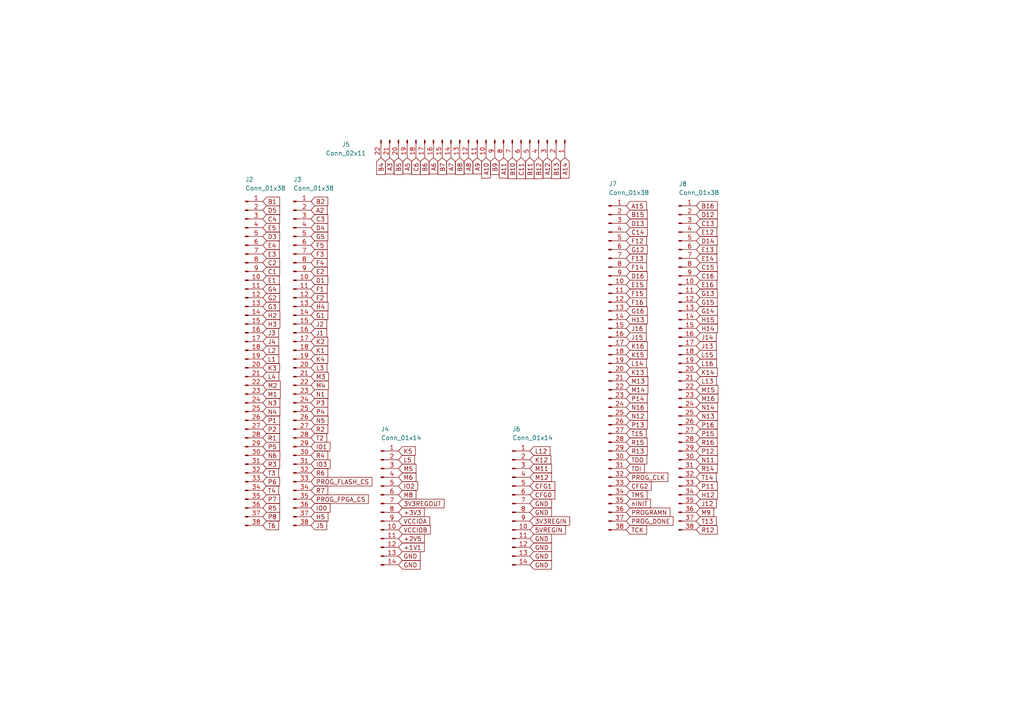
<source format=kicad_sch>
(kicad_sch (version 20230121) (generator eeschema)
  (paper "A4")
  (lib_symbols
    (symbol "Connector:Conn_01x14_Pin" (pin_names (offset 1.016) hide)
      (property "Reference" "J" (at 0 17.78 0))
      (property "Value" "Conn_01x14_Pin" (at 0 -20.32 0))
      (symbol "Conn_01x14_Pin_1_1"
        (polyline (pts (xy 1.27 -17.78) (xy 0.8636 -17.78)) (stroke (width 0.1524)))
        (polyline (pts (xy 1.27 -15.24) (xy 0.8636 -15.24)) (stroke (width 0.1524)))
        (polyline (pts (xy 1.27 -12.7) (xy 0.8636 -12.7)) (stroke (width 0.1524)))
        (polyline (pts (xy 1.27 -10.16) (xy 0.8636 -10.16)) (stroke (width 0.1524)))
        (polyline (pts (xy 1.27 -7.62) (xy 0.8636 -7.62)) (stroke (width 0.1524)))
        (polyline (pts (xy 1.27 -5.08) (xy 0.8636 -5.08)) (stroke (width 0.1524)))
        (polyline (pts (xy 1.27 -2.54) (xy 0.8636 -2.54)) (stroke (width 0.1524)))
        (polyline (pts (xy 1.27 0) (xy 0.8636 0)) (stroke (width 0.1524)))
        (polyline (pts (xy 1.27 2.54) (xy 0.8636 2.54)) (stroke (width 0.1524)))
        (polyline (pts (xy 1.27 5.08) (xy 0.8636 5.08)) (stroke (width 0.1524)))
        (polyline (pts (xy 1.27 7.62) (xy 0.8636 7.62)) (stroke (width 0.1524)))
        (polyline (pts (xy 1.27 10.16) (xy 0.8636 10.16)) (stroke (width 0.1524)))
        (polyline (pts (xy 1.27 12.7) (xy 0.8636 12.7)) (stroke (width 0.1524)))
        (polyline (pts (xy 1.27 15.24) (xy 0.8636 15.24)) (stroke (width 0.1524)))
        (rectangle (start 0.8636 -17.653) (end 0 -17.907) (stroke (width 0.1524)) (fill (type outline)))
        (rectangle (start 0.8636 -15.113) (end 0 -15.367) (stroke (width 0.1524)) (fill (type outline)))
        (rectangle (start 0.8636 -12.573) (end 0 -12.827) (stroke (width 0.1524)) (fill (type outline)))
        (rectangle (start 0.8636 -10.033) (end 0 -10.287) (stroke (width 0.1524)) (fill (type outline)))
        (rectangle (start 0.8636 -7.493) (end 0 -7.747) (stroke (width 0.1524)) (fill (type outline)))
        (rectangle (start 0.8636 -4.953) (end 0 -5.207) (stroke (width 0.1524)) (fill (type outline)))
        (rectangle (start 0.8636 -2.413) (end 0 -2.667) (stroke (width 0.1524)) (fill (type outline)))
        (rectangle (start 0.8636 0.127) (end 0 -0.127) (stroke (width 0.1524)) (fill (type outline)))
        (rectangle (start 0.8636 2.667) (end 0 2.413) (stroke (width 0.1524)) (fill (type outline)))
        (rectangle (start 0.8636 5.207) (end 0 4.953) (stroke (width 0.1524)) (fill (type outline)))
        (rectangle (start 0.8636 7.747) (end 0 7.493) (stroke (width 0.1524)) (fill (type outline)))
        (rectangle (start 0.8636 10.287) (end 0 10.033) (stroke (width 0.1524)) (fill (type outline)))
        (rectangle (start 0.8636 12.827) (end 0 12.573) (stroke (width 0.1524)) (fill (type outline)))
        (rectangle (start 0.8636 15.367) (end 0 15.113) (stroke (width 0.1524)) (fill (type outline)))
        (pin passive line (at 5.08 15.24 180) (length 3.81) (name "Pin_1") (number "1"))
        (pin passive line (at 5.08 -7.62 180) (length 3.81) (name "Pin_10") (number "10"))
        (pin passive line (at 5.08 -10.16 180) (length 3.81) (name "Pin_11") (number "11"))
        (pin passive line (at 5.08 -12.7 180) (length 3.81) (name "Pin_12") (number "12"))
        (pin passive line (at 5.08 -15.24 180) (length 3.81) (name "Pin_13") (number "13"))
        (pin passive line (at 5.08 -17.78 180) (length 3.81) (name "Pin_14") (number "14"))
        (pin passive line (at 5.08 12.7 180) (length 3.81) (name "Pin_2") (number "2"))
        (pin passive line (at 5.08 10.16 180) (length 3.81) (name "Pin_3") (number "3"))
        (pin passive line (at 5.08 7.62 180) (length 3.81) (name "Pin_4") (number "4"))
        (pin passive line (at 5.08 5.08 180) (length 3.81) (name "Pin_5") (number "5"))
        (pin passive line (at 5.08 2.54 180) (length 3.81) (name "Pin_6") (number "6"))
        (pin passive line (at 5.08 0 180) (length 3.81) (name "Pin_7") (number "7"))
        (pin passive line (at 5.08 -2.54 180) (length 3.81) (name "Pin_8") (number "8"))
        (pin passive line (at 5.08 -5.08 180) (length 3.81) (name "Pin_9") (number "9"))
      )
    )
    (symbol "Connector:Conn_01x22_Pin" (pin_names (offset 1.016) hide)
      (property "Reference" "J" (at 0 27.94 0))
      (property "Value" "Conn_01x22_Pin" (at 0 -30.48 0))
      (symbol "Conn_01x22_Pin_1_1"
        (polyline (pts (xy 1.27 -27.94) (xy 0.8636 -27.94)) (stroke (width 0.1524)))
        (polyline (pts (xy 1.27 -25.4) (xy 0.8636 -25.4)) (stroke (width 0.1524)))
        (polyline (pts (xy 1.27 -22.86) (xy 0.8636 -22.86)) (stroke (width 0.1524)))
        (polyline (pts (xy 1.27 -20.32) (xy 0.8636 -20.32)) (stroke (width 0.1524)))
        (polyline (pts (xy 1.27 -17.78) (xy 0.8636 -17.78)) (stroke (width 0.1524)))
        (polyline (pts (xy 1.27 -15.24) (xy 0.8636 -15.24)) (stroke (width 0.1524)))
        (polyline (pts (xy 1.27 -12.7) (xy 0.8636 -12.7)) (stroke (width 0.1524)))
        (polyline (pts (xy 1.27 -10.16) (xy 0.8636 -10.16)) (stroke (width 0.1524)))
        (polyline (pts (xy 1.27 -7.62) (xy 0.8636 -7.62)) (stroke (width 0.1524)))
        (polyline (pts (xy 1.27 -5.08) (xy 0.8636 -5.08)) (stroke (width 0.1524)))
        (polyline (pts (xy 1.27 -2.54) (xy 0.8636 -2.54)) (stroke (width 0.1524)))
        (polyline (pts (xy 1.27 0) (xy 0.8636 0)) (stroke (width 0.1524)))
        (polyline (pts (xy 1.27 2.54) (xy 0.8636 2.54)) (stroke (width 0.1524)))
        (polyline (pts (xy 1.27 5.08) (xy 0.8636 5.08)) (stroke (width 0.1524)))
        (polyline (pts (xy 1.27 7.62) (xy 0.8636 7.62)) (stroke (width 0.1524)))
        (polyline (pts (xy 1.27 10.16) (xy 0.8636 10.16)) (stroke (width 0.1524)))
        (polyline (pts (xy 1.27 12.7) (xy 0.8636 12.7)) (stroke (width 0.1524)))
        (polyline (pts (xy 1.27 15.24) (xy 0.8636 15.24)) (stroke (width 0.1524)))
        (polyline (pts (xy 1.27 17.78) (xy 0.8636 17.78)) (stroke (width 0.1524)))
        (polyline (pts (xy 1.27 20.32) (xy 0.8636 20.32)) (stroke (width 0.1524)))
        (polyline (pts (xy 1.27 22.86) (xy 0.8636 22.86)) (stroke (width 0.1524)))
        (polyline (pts (xy 1.27 25.4) (xy 0.8636 25.4)) (stroke (width 0.1524)))
        (rectangle (start 0.8636 -27.813) (end 0 -28.067) (stroke (width 0.1524)) (fill (type outline)))
        (rectangle (start 0.8636 -25.273) (end 0 -25.527) (stroke (width 0.1524)) (fill (type outline)))
        (rectangle (start 0.8636 -22.733) (end 0 -22.987) (stroke (width 0.1524)) (fill (type outline)))
        (rectangle (start 0.8636 -20.193) (end 0 -20.447) (stroke (width 0.1524)) (fill (type outline)))
        (rectangle (start 0.8636 -17.653) (end 0 -17.907) (stroke (width 0.1524)) (fill (type outline)))
        (rectangle (start 0.8636 -15.113) (end 0 -15.367) (stroke (width 0.1524)) (fill (type outline)))
        (rectangle (start 0.8636 -12.573) (end 0 -12.827) (stroke (width 0.1524)) (fill (type outline)))
        (rectangle (start 0.8636 -10.033) (end 0 -10.287) (stroke (width 0.1524)) (fill (type outline)))
        (rectangle (start 0.8636 -7.493) (end 0 -7.747) (stroke (width 0.1524)) (fill (type outline)))
        (rectangle (start 0.8636 -4.953) (end 0 -5.207) (stroke (width 0.1524)) (fill (type outline)))
        (rectangle (start 0.8636 -2.413) (end 0 -2.667) (stroke (width 0.1524)) (fill (type outline)))
        (rectangle (start 0.8636 0.127) (end 0 -0.127) (stroke (width 0.1524)) (fill (type outline)))
        (rectangle (start 0.8636 2.667) (end 0 2.413) (stroke (width 0.1524)) (fill (type outline)))
        (rectangle (start 0.8636 5.207) (end 0 4.953) (stroke (width 0.1524)) (fill (type outline)))
        (rectangle (start 0.8636 7.747) (end 0 7.493) (stroke (width 0.1524)) (fill (type outline)))
        (rectangle (start 0.8636 10.287) (end 0 10.033) (stroke (width 0.1524)) (fill (type outline)))
        (rectangle (start 0.8636 12.827) (end 0 12.573) (stroke (width 0.1524)) (fill (type outline)))
        (rectangle (start 0.8636 15.367) (end 0 15.113) (stroke (width 0.1524)) (fill (type outline)))
        (rectangle (start 0.8636 17.907) (end 0 17.653) (stroke (width 0.1524)) (fill (type outline)))
        (rectangle (start 0.8636 20.447) (end 0 20.193) (stroke (width 0.1524)) (fill (type outline)))
        (rectangle (start 0.8636 22.987) (end 0 22.733) (stroke (width 0.1524)) (fill (type outline)))
        (rectangle (start 0.8636 25.527) (end 0 25.273) (stroke (width 0.1524)) (fill (type outline)))
        (pin passive line (at 5.08 25.4 180) (length 3.81) (name "Pin_1") (number "1"))
        (pin passive line (at 5.08 2.54 180) (length 3.81) (name "Pin_10") (number "10"))
        (pin passive line (at 5.08 0 180) (length 3.81) (name "Pin_11") (number "11"))
        (pin passive line (at 5.08 -2.54 180) (length 3.81) (name "Pin_12") (number "12"))
        (pin passive line (at 5.08 -5.08 180) (length 3.81) (name "Pin_13") (number "13"))
        (pin passive line (at 5.08 -7.62 180) (length 3.81) (name "Pin_14") (number "14"))
        (pin passive line (at 5.08 -10.16 180) (length 3.81) (name "Pin_15") (number "15"))
        (pin passive line (at 5.08 -12.7 180) (length 3.81) (name "Pin_16") (number "16"))
        (pin passive line (at 5.08 -15.24 180) (length 3.81) (name "Pin_17") (number "17"))
        (pin passive line (at 5.08 -17.78 180) (length 3.81) (name "Pin_18") (number "18"))
        (pin passive line (at 5.08 -20.32 180) (length 3.81) (name "Pin_19") (number "19"))
        (pin passive line (at 5.08 22.86 180) (length 3.81) (name "Pin_2") (number "2"))
        (pin passive line (at 5.08 -22.86 180) (length 3.81) (name "Pin_20") (number "20"))
        (pin passive line (at 5.08 -25.4 180) (length 3.81) (name "Pin_21") (number "21"))
        (pin passive line (at 5.08 -27.94 180) (length 3.81) (name "Pin_22") (number "22"))
        (pin passive line (at 5.08 20.32 180) (length 3.81) (name "Pin_3") (number "3"))
        (pin passive line (at 5.08 17.78 180) (length 3.81) (name "Pin_4") (number "4"))
        (pin passive line (at 5.08 15.24 180) (length 3.81) (name "Pin_5") (number "5"))
        (pin passive line (at 5.08 12.7 180) (length 3.81) (name "Pin_6") (number "6"))
        (pin passive line (at 5.08 10.16 180) (length 3.81) (name "Pin_7") (number "7"))
        (pin passive line (at 5.08 7.62 180) (length 3.81) (name "Pin_8") (number "8"))
        (pin passive line (at 5.08 5.08 180) (length 3.81) (name "Pin_9") (number "9"))
      )
    )
    (symbol "Connector:Conn_01x38_Pin" (pin_names (offset 1.016) hide)
      (property "Reference" "J" (at 0 48.26 0))
      (property "Value" "Conn_01x38_Pin" (at 0 -50.8 0))
      (symbol "Conn_01x38_Pin_1_1"
        (polyline (pts (xy 1.27 -48.26) (xy 0.8636 -48.26)) (stroke (width 0.1524)))
        (polyline (pts (xy 1.27 -45.72) (xy 0.8636 -45.72)) (stroke (width 0.1524)))
        (polyline (pts (xy 1.27 -43.18) (xy 0.8636 -43.18)) (stroke (width 0.1524)))
        (polyline (pts (xy 1.27 -40.64) (xy 0.8636 -40.64)) (stroke (width 0.1524)))
        (polyline (pts (xy 1.27 -38.1) (xy 0.8636 -38.1)) (stroke (width 0.1524)))
        (polyline (pts (xy 1.27 -35.56) (xy 0.8636 -35.56)) (stroke (width 0.1524)))
        (polyline (pts (xy 1.27 -33.02) (xy 0.8636 -33.02)) (stroke (width 0.1524)))
        (polyline (pts (xy 1.27 -30.48) (xy 0.8636 -30.48)) (stroke (width 0.1524)))
        (polyline (pts (xy 1.27 -27.94) (xy 0.8636 -27.94)) (stroke (width 0.1524)))
        (polyline (pts (xy 1.27 -25.4) (xy 0.8636 -25.4)) (stroke (width 0.1524)))
        (polyline (pts (xy 1.27 -22.86) (xy 0.8636 -22.86)) (stroke (width 0.1524)))
        (polyline (pts (xy 1.27 -20.32) (xy 0.8636 -20.32)) (stroke (width 0.1524)))
        (polyline (pts (xy 1.27 -17.78) (xy 0.8636 -17.78)) (stroke (width 0.1524)))
        (polyline (pts (xy 1.27 -15.24) (xy 0.8636 -15.24)) (stroke (width 0.1524)))
        (polyline (pts (xy 1.27 -12.7) (xy 0.8636 -12.7)) (stroke (width 0.1524)))
        (polyline (pts (xy 1.27 -10.16) (xy 0.8636 -10.16)) (stroke (width 0.1524)))
        (polyline (pts (xy 1.27 -7.62) (xy 0.8636 -7.62)) (stroke (width 0.1524)))
        (polyline (pts (xy 1.27 -5.08) (xy 0.8636 -5.08)) (stroke (width 0.1524)))
        (polyline (pts (xy 1.27 -2.54) (xy 0.8636 -2.54)) (stroke (width 0.1524)))
        (polyline (pts (xy 1.27 0) (xy 0.8636 0)) (stroke (width 0.1524)))
        (polyline (pts (xy 1.27 2.54) (xy 0.8636 2.54)) (stroke (width 0.1524)))
        (polyline (pts (xy 1.27 5.08) (xy 0.8636 5.08)) (stroke (width 0.1524)))
        (polyline (pts (xy 1.27 7.62) (xy 0.8636 7.62)) (stroke (width 0.1524)))
        (polyline (pts (xy 1.27 10.16) (xy 0.8636 10.16)) (stroke (width 0.1524)))
        (polyline (pts (xy 1.27 12.7) (xy 0.8636 12.7)) (stroke (width 0.1524)))
        (polyline (pts (xy 1.27 15.24) (xy 0.8636 15.24)) (stroke (width 0.1524)))
        (polyline (pts (xy 1.27 17.78) (xy 0.8636 17.78)) (stroke (width 0.1524)))
        (polyline (pts (xy 1.27 20.32) (xy 0.8636 20.32)) (stroke (width 0.1524)))
        (polyline (pts (xy 1.27 22.86) (xy 0.8636 22.86)) (stroke (width 0.1524)))
        (polyline (pts (xy 1.27 25.4) (xy 0.8636 25.4)) (stroke (width 0.1524)))
        (polyline (pts (xy 1.27 27.94) (xy 0.8636 27.94)) (stroke (width 0.1524)))
        (polyline (pts (xy 1.27 30.48) (xy 0.8636 30.48)) (stroke (width 0.1524)))
        (polyline (pts (xy 1.27 33.02) (xy 0.8636 33.02)) (stroke (width 0.1524)))
        (polyline (pts (xy 1.27 35.56) (xy 0.8636 35.56)) (stroke (width 0.1524)))
        (polyline (pts (xy 1.27 38.1) (xy 0.8636 38.1)) (stroke (width 0.1524)))
        (polyline (pts (xy 1.27 40.64) (xy 0.8636 40.64)) (stroke (width 0.1524)))
        (polyline (pts (xy 1.27 43.18) (xy 0.8636 43.18)) (stroke (width 0.1524)))
        (polyline (pts (xy 1.27 45.72) (xy 0.8636 45.72)) (stroke (width 0.1524)))
        (rectangle (start 0.8636 -48.133) (end 0 -48.387) (stroke (width 0.1524)) (fill (type outline)))
        (rectangle (start 0.8636 -45.593) (end 0 -45.847) (stroke (width 0.1524)) (fill (type outline)))
        (rectangle (start 0.8636 -43.053) (end 0 -43.307) (stroke (width 0.1524)) (fill (type outline)))
        (rectangle (start 0.8636 -40.513) (end 0 -40.767) (stroke (width 0.1524)) (fill (type outline)))
        (rectangle (start 0.8636 -37.973) (end 0 -38.227) (stroke (width 0.1524)) (fill (type outline)))
        (rectangle (start 0.8636 -35.433) (end 0 -35.687) (stroke (width 0.1524)) (fill (type outline)))
        (rectangle (start 0.8636 -32.893) (end 0 -33.147) (stroke (width 0.1524)) (fill (type outline)))
        (rectangle (start 0.8636 -30.353) (end 0 -30.607) (stroke (width 0.1524)) (fill (type outline)))
        (rectangle (start 0.8636 -27.813) (end 0 -28.067) (stroke (width 0.1524)) (fill (type outline)))
        (rectangle (start 0.8636 -25.273) (end 0 -25.527) (stroke (width 0.1524)) (fill (type outline)))
        (rectangle (start 0.8636 -22.733) (end 0 -22.987) (stroke (width 0.1524)) (fill (type outline)))
        (rectangle (start 0.8636 -20.193) (end 0 -20.447) (stroke (width 0.1524)) (fill (type outline)))
        (rectangle (start 0.8636 -17.653) (end 0 -17.907) (stroke (width 0.1524)) (fill (type outline)))
        (rectangle (start 0.8636 -15.113) (end 0 -15.367) (stroke (width 0.1524)) (fill (type outline)))
        (rectangle (start 0.8636 -12.573) (end 0 -12.827) (stroke (width 0.1524)) (fill (type outline)))
        (rectangle (start 0.8636 -10.033) (end 0 -10.287) (stroke (width 0.1524)) (fill (type outline)))
        (rectangle (start 0.8636 -7.493) (end 0 -7.747) (stroke (width 0.1524)) (fill (type outline)))
        (rectangle (start 0.8636 -4.953) (end 0 -5.207) (stroke (width 0.1524)) (fill (type outline)))
        (rectangle (start 0.8636 -2.413) (end 0 -2.667) (stroke (width 0.1524)) (fill (type outline)))
        (rectangle (start 0.8636 0.127) (end 0 -0.127) (stroke (width 0.1524)) (fill (type outline)))
        (rectangle (start 0.8636 2.667) (end 0 2.413) (stroke (width 0.1524)) (fill (type outline)))
        (rectangle (start 0.8636 5.207) (end 0 4.953) (stroke (width 0.1524)) (fill (type outline)))
        (rectangle (start 0.8636 7.747) (end 0 7.493) (stroke (width 0.1524)) (fill (type outline)))
        (rectangle (start 0.8636 10.287) (end 0 10.033) (stroke (width 0.1524)) (fill (type outline)))
        (rectangle (start 0.8636 12.827) (end 0 12.573) (stroke (width 0.1524)) (fill (type outline)))
        (rectangle (start 0.8636 15.367) (end 0 15.113) (stroke (width 0.1524)) (fill (type outline)))
        (rectangle (start 0.8636 17.907) (end 0 17.653) (stroke (width 0.1524)) (fill (type outline)))
        (rectangle (start 0.8636 20.447) (end 0 20.193) (stroke (width 0.1524)) (fill (type outline)))
        (rectangle (start 0.8636 22.987) (end 0 22.733) (stroke (width 0.1524)) (fill (type outline)))
        (rectangle (start 0.8636 25.527) (end 0 25.273) (stroke (width 0.1524)) (fill (type outline)))
        (rectangle (start 0.8636 28.067) (end 0 27.813) (stroke (width 0.1524)) (fill (type outline)))
        (rectangle (start 0.8636 30.607) (end 0 30.353) (stroke (width 0.1524)) (fill (type outline)))
        (rectangle (start 0.8636 33.147) (end 0 32.893) (stroke (width 0.1524)) (fill (type outline)))
        (rectangle (start 0.8636 35.687) (end 0 35.433) (stroke (width 0.1524)) (fill (type outline)))
        (rectangle (start 0.8636 38.227) (end 0 37.973) (stroke (width 0.1524)) (fill (type outline)))
        (rectangle (start 0.8636 40.767) (end 0 40.513) (stroke (width 0.1524)) (fill (type outline)))
        (rectangle (start 0.8636 43.307) (end 0 43.053) (stroke (width 0.1524)) (fill (type outline)))
        (rectangle (start 0.8636 45.847) (end 0 45.593) (stroke (width 0.1524)) (fill (type outline)))
        (pin passive line (at 5.08 45.72 180) (length 3.81) (name "Pin_1") (number "1"))
        (pin passive line (at 5.08 22.86 180) (length 3.81) (name "Pin_10") (number "10"))
        (pin passive line (at 5.08 20.32 180) (length 3.81) (name "Pin_11") (number "11"))
        (pin passive line (at 5.08 17.78 180) (length 3.81) (name "Pin_12") (number "12"))
        (pin passive line (at 5.08 15.24 180) (length 3.81) (name "Pin_13") (number "13"))
        (pin passive line (at 5.08 12.7 180) (length 3.81) (name "Pin_14") (number "14"))
        (pin passive line (at 5.08 10.16 180) (length 3.81) (name "Pin_15") (number "15"))
        (pin passive line (at 5.08 7.62 180) (length 3.81) (name "Pin_16") (number "16"))
        (pin passive line (at 5.08 5.08 180) (length 3.81) (name "Pin_17") (number "17"))
        (pin passive line (at 5.08 2.54 180) (length 3.81) (name "Pin_18") (number "18"))
        (pin passive line (at 5.08 0 180) (length 3.81) (name "Pin_19") (number "19"))
        (pin passive line (at 5.08 43.18 180) (length 3.81) (name "Pin_2") (number "2"))
        (pin passive line (at 5.08 -2.54 180) (length 3.81) (name "Pin_20") (number "20"))
        (pin passive line (at 5.08 -5.08 180) (length 3.81) (name "Pin_21") (number "21"))
        (pin passive line (at 5.08 -7.62 180) (length 3.81) (name "Pin_22") (number "22"))
        (pin passive line (at 5.08 -10.16 180) (length 3.81) (name "Pin_23") (number "23"))
        (pin passive line (at 5.08 -12.7 180) (length 3.81) (name "Pin_24") (number "24"))
        (pin passive line (at 5.08 -15.24 180) (length 3.81) (name "Pin_25") (number "25"))
        (pin passive line (at 5.08 -17.78 180) (length 3.81) (name "Pin_26") (number "26"))
        (pin passive line (at 5.08 -20.32 180) (length 3.81) (name "Pin_27") (number "27"))
        (pin passive line (at 5.08 -22.86 180) (length 3.81) (name "Pin_28") (number "28"))
        (pin passive line (at 5.08 -25.4 180) (length 3.81) (name "Pin_29") (number "29"))
        (pin passive line (at 5.08 40.64 180) (length 3.81) (name "Pin_3") (number "3"))
        (pin passive line (at 5.08 -27.94 180) (length 3.81) (name "Pin_30") (number "30"))
        (pin passive line (at 5.08 -30.48 180) (length 3.81) (name "Pin_31") (number "31"))
        (pin passive line (at 5.08 -33.02 180) (length 3.81) (name "Pin_32") (number "32"))
        (pin passive line (at 5.08 -35.56 180) (length 3.81) (name "Pin_33") (number "33"))
        (pin passive line (at 5.08 -38.1 180) (length 3.81) (name "Pin_34") (number "34"))
        (pin passive line (at 5.08 -40.64 180) (length 3.81) (name "Pin_35") (number "35"))
        (pin passive line (at 5.08 -43.18 180) (length 3.81) (name "Pin_36") (number "36"))
        (pin passive line (at 5.08 -45.72 180) (length 3.81) (name "Pin_37") (number "37"))
        (pin passive line (at 5.08 -48.26 180) (length 3.81) (name "Pin_38") (number "38"))
        (pin passive line (at 5.08 38.1 180) (length 3.81) (name "Pin_4") (number "4"))
        (pin passive line (at 5.08 35.56 180) (length 3.81) (name "Pin_5") (number "5"))
        (pin passive line (at 5.08 33.02 180) (length 3.81) (name "Pin_6") (number "6"))
        (pin passive line (at 5.08 30.48 180) (length 3.81) (name "Pin_7") (number "7"))
        (pin passive line (at 5.08 27.94 180) (length 3.81) (name "Pin_8") (number "8"))
        (pin passive line (at 5.08 25.4 180) (length 3.81) (name "Pin_9") (number "9"))
      )
    )
  )
  (global_label "A8" (shape input) (at 135.89 45.72 270) (property "Intersheetrefs" "${INTERSHEET_REFS}" (effects hide)))
  (global_label "B6" (shape input) (at 123.19 45.72 270) (property "Intersheetrefs" "${INTERSHEET_REFS}" (effects hide)))
  (global_label "TMS" (shape input) (at 181.61 143.51 0) (property "Intersheetrefs" "${INTERSHEET_REFS}" (effects hide)))
  (global_label "H13" (shape input) (at 181.61 92.71 0) (property "Intersheetrefs" "${INTERSHEET_REFS}" (effects hide)))
  (global_label "J14" (shape input) (at 201.93 97.79 0) (property "Intersheetrefs" "${INTERSHEET_REFS}" (effects hide)))
  (global_label "D4" (shape input) (at 90.17 66.04 0) (property "Intersheetrefs" "${INTERSHEET_REFS}" (effects hide)))
  (global_label "5VREGIN" (shape input) (at 153.67 153.67 0) (property "Intersheetrefs" "${INTERSHEET_REFS}" (effects hide)))
  (global_label "A12" (shape input) (at 158.75 45.72 270) (property "Intersheetrefs" "${INTERSHEET_REFS}" (effects hide)))
  (global_label "GND" (shape input) (at 153.67 158.75 0) (property "Intersheetrefs" "${INTERSHEET_REFS}" (effects hide)))
  (global_label "T13" (shape input) (at 201.93 151.13 0) (property "Intersheetrefs" "${INTERSHEET_REFS}" (effects hide)))
  (global_label "R2" (shape input) (at 90.17 124.46 0) (property "Intersheetrefs" "${INTERSHEET_REFS}" (effects hide)))
  (global_label "CFG1" (shape input) (at 153.67 140.97 0) (property "Intersheetrefs" "${INTERSHEET_REFS}" (effects hide)))
  (global_label "J4" (shape input) (at 76.2 99.06 0) (property "Intersheetrefs" "${INTERSHEET_REFS}" (effects hide)))
  (global_label "M14" (shape input) (at 181.61 113.03 0) (property "Intersheetrefs" "${INTERSHEET_REFS}" (effects hide)))
  (global_label "M2" (shape input) (at 76.2 111.76 0) (property "Intersheetrefs" "${INTERSHEET_REFS}" (effects hide)))
  (global_label "C1" (shape input) (at 76.2 78.74 0) (property "Intersheetrefs" "${INTERSHEET_REFS}" (effects hide)))
  (global_label "B16" (shape input) (at 201.93 59.69 0) (property "Intersheetrefs" "${INTERSHEET_REFS}" (effects hide)))
  (global_label "A15" (shape input) (at 181.61 59.69 0) (property "Intersheetrefs" "${INTERSHEET_REFS}" (effects hide)))
  (global_label "F16" (shape input) (at 181.61 87.63 0) (property "Intersheetrefs" "${INTERSHEET_REFS}" (effects hide)))
  (global_label "E15" (shape input) (at 181.61 82.55 0) (property "Intersheetrefs" "${INTERSHEET_REFS}" (effects hide)))
  (global_label "B1" (shape input) (at 76.2 58.42 0) (property "Intersheetrefs" "${INTERSHEET_REFS}" (effects hide)))
  (global_label "+3V3" (shape input) (at 115.57 148.59 0) (property "Intersheetrefs" "${INTERSHEET_REFS}" (effects hide)))
  (global_label "N16" (shape input) (at 181.61 118.11 0) (property "Intersheetrefs" "${INTERSHEET_REFS}" (effects hide)))
  (global_label "M4" (shape input) (at 90.17 111.76 0) (property "Intersheetrefs" "${INTERSHEET_REFS}" (effects hide)))
  (global_label "A9" (shape input) (at 138.43 45.72 270) (property "Intersheetrefs" "${INTERSHEET_REFS}" (effects hide)))
  (global_label "N11" (shape input) (at 201.93 133.35 0) (property "Intersheetrefs" "${INTERSHEET_REFS}" (effects hide)))
  (global_label "P2" (shape input) (at 76.2 124.46 0) (property "Intersheetrefs" "${INTERSHEET_REFS}" (effects hide)))
  (global_label "M3" (shape input) (at 90.17 109.22 0) (property "Intersheetrefs" "${INTERSHEET_REFS}" (effects hide)))
  (global_label "D1" (shape input) (at 90.17 81.28 0) (property "Intersheetrefs" "${INTERSHEET_REFS}" (effects hide)))
  (global_label "P13" (shape input) (at 181.61 123.19 0) (property "Intersheetrefs" "${INTERSHEET_REFS}" (effects hide)))
  (global_label "M5" (shape input) (at 115.57 135.89 0) (property "Intersheetrefs" "${INTERSHEET_REFS}" (effects hide)))
  (global_label "P11" (shape input) (at 201.93 140.97 0) (property "Intersheetrefs" "${INTERSHEET_REFS}" (effects hide)))
  (global_label "N4" (shape input) (at 76.2 119.38 0) (property "Intersheetrefs" "${INTERSHEET_REFS}" (effects hide)))
  (global_label "H2" (shape input) (at 76.2 91.44 0) (property "Intersheetrefs" "${INTERSHEET_REFS}" (effects hide)))
  (global_label "K3" (shape input) (at 76.2 106.68 0) (property "Intersheetrefs" "${INTERSHEET_REFS}" (effects hide)))
  (global_label "J2" (shape input) (at 90.17 93.98 0) (property "Intersheetrefs" "${INTERSHEET_REFS}" (effects hide)))
  (global_label "PROG_CLK" (shape input) (at 181.61 138.43 0) (property "Intersheetrefs" "${INTERSHEET_REFS}" (effects hide)))
  (global_label "M8" (shape input) (at 115.57 143.51 0) (property "Intersheetrefs" "${INTERSHEET_REFS}" (effects hide)))
  (global_label "T2" (shape input) (at 90.17 127 0) (property "Intersheetrefs" "${INTERSHEET_REFS}" (effects hide)))
  (global_label "M6" (shape input) (at 115.57 138.43 0) (property "Intersheetrefs" "${INTERSHEET_REFS}" (effects hide)))
  (global_label "P4" (shape input) (at 90.17 119.38 0) (property "Intersheetrefs" "${INTERSHEET_REFS}" (effects hide)))
  (global_label "P15" (shape input) (at 201.93 125.73 0) (property "Intersheetrefs" "${INTERSHEET_REFS}" (effects hide)))
  (global_label "G15" (shape input) (at 201.93 87.63 0) (property "Intersheetrefs" "${INTERSHEET_REFS}" (effects hide)))
  (global_label "P12" (shape input) (at 201.93 130.81 0) (property "Intersheetrefs" "${INTERSHEET_REFS}" (effects hide)))
  (global_label "G3" (shape input) (at 76.2 88.9 0) (property "Intersheetrefs" "${INTERSHEET_REFS}" (effects hide)))
  (global_label "TDI" (shape input) (at 181.61 135.89 0) (property "Intersheetrefs" "${INTERSHEET_REFS}" (effects hide)))
  (global_label "B4" (shape input) (at 110.49 45.72 270) (property "Intersheetrefs" "${INTERSHEET_REFS}" (effects hide)))
  (global_label "C6" (shape input) (at 120.65 45.72 270) (property "Intersheetrefs" "${INTERSHEET_REFS}" (effects hide)))
  (global_label "CFG2" (shape input) (at 181.61 140.97 0) (property "Intersheetrefs" "${INTERSHEET_REFS}" (effects hide)))
  (global_label "E3" (shape input) (at 76.2 73.66 0) (property "Intersheetrefs" "${INTERSHEET_REFS}" (effects hide)))
  (global_label "D13" (shape input) (at 181.61 64.77 0) (property "Intersheetrefs" "${INTERSHEET_REFS}" (effects hide)))
  (global_label "P16" (shape input) (at 201.93 123.19 0) (property "Intersheetrefs" "${INTERSHEET_REFS}" (effects hide)))
  (global_label "E1" (shape input) (at 76.2 81.28 0) (property "Intersheetrefs" "${INTERSHEET_REFS}" (effects hide)))
  (global_label "G4" (shape input) (at 76.2 83.82 0) (property "Intersheetrefs" "${INTERSHEET_REFS}" (effects hide)))
  (global_label "G1" (shape input) (at 90.17 91.44 0) (property "Intersheetrefs" "${INTERSHEET_REFS}" (effects hide)))
  (global_label "B7" (shape input) (at 128.27 45.72 270) (property "Intersheetrefs" "${INTERSHEET_REFS}" (effects hide)))
  (global_label "IO2" (shape input) (at 115.57 140.97 0) (property "Intersheetrefs" "${INTERSHEET_REFS}" (effects hide)))
  (global_label "N1" (shape input) (at 90.17 114.3 0) (property "Intersheetrefs" "${INTERSHEET_REFS}" (effects hide)))
  (global_label "PROG_DONE" (shape input) (at 181.61 151.13 0) (property "Intersheetrefs" "${INTERSHEET_REFS}" (effects hide)))
  (global_label "R15" (shape input) (at 181.61 128.27 0) (property "Intersheetrefs" "${INTERSHEET_REFS}" (effects hide)))
  (global_label "N3" (shape input) (at 76.2 116.84 0) (property "Intersheetrefs" "${INTERSHEET_REFS}" (effects hide)))
  (global_label "C11" (shape input) (at 151.13 45.72 270) (property "Intersheetrefs" "${INTERSHEET_REFS}" (effects hide)))
  (global_label "B2" (shape input) (at 90.17 58.42 0) (property "Intersheetrefs" "${INTERSHEET_REFS}" (effects hide)))
  (global_label "P14" (shape input) (at 181.61 115.57 0) (property "Intersheetrefs" "${INTERSHEET_REFS}" (effects hide)))
  (global_label "PROGRAMN" (shape input) (at 181.61 148.59 0) (property "Intersheetrefs" "${INTERSHEET_REFS}" (effects hide)))
  (global_label "PROG_FPGA_CS" (shape input) (at 90.17 144.78 0) (property "Intersheetrefs" "${INTERSHEET_REFS}" (effects hide)))
  (global_label "E4" (shape input) (at 76.2 71.12 0) (property "Intersheetrefs" "${INTERSHEET_REFS}" (effects hide)))
  (global_label "F13" (shape input) (at 181.61 74.93 0) (property "Intersheetrefs" "${INTERSHEET_REFS}" (effects hide)))
  (global_label "K14" (shape input) (at 201.93 107.95 0) (property "Intersheetrefs" "${INTERSHEET_REFS}" (effects hide)))
  (global_label "P8" (shape input) (at 76.2 149.86 0) (property "Intersheetrefs" "${INTERSHEET_REFS}" (effects hide)))
  (global_label "J16" (shape input) (at 181.61 95.25 0) (property "Intersheetrefs" "${INTERSHEET_REFS}" (effects hide)))
  (global_label "GND" (shape input) (at 153.67 161.29 0) (property "Intersheetrefs" "${INTERSHEET_REFS}" (effects hide)))
  (global_label "J1" (shape input) (at 90.17 96.52 0) (property "Intersheetrefs" "${INTERSHEET_REFS}" (effects hide)))
  (global_label "GND" (shape input) (at 153.67 148.59 0) (property "Intersheetrefs" "${INTERSHEET_REFS}" (effects hide)))
  (global_label "B15" (shape input) (at 181.61 62.23 0) (property "Intersheetrefs" "${INTERSHEET_REFS}" (effects hide)))
  (global_label "TCK" (shape input) (at 181.61 153.67 0) (property "Intersheetrefs" "${INTERSHEET_REFS}" (effects hide)))
  (global_label "M11" (shape input) (at 153.67 135.89 0) (property "Intersheetrefs" "${INTERSHEET_REFS}" (effects hide)))
  (global_label "L14" (shape input) (at 181.61 105.41 0) (property "Intersheetrefs" "${INTERSHEET_REFS}" (effects hide)))
  (global_label "K1" (shape input) (at 90.17 101.6 0) (property "Intersheetrefs" "${INTERSHEET_REFS}" (effects hide)))
  (global_label "R1" (shape input) (at 76.2 127 0) (property "Intersheetrefs" "${INTERSHEET_REFS}" (effects hide)))
  (global_label "GND" (shape input) (at 115.57 161.29 0) (property "Intersheetrefs" "${INTERSHEET_REFS}" (effects hide)))
  (global_label "G2" (shape input) (at 76.2 86.36 0) (property "Intersheetrefs" "${INTERSHEET_REFS}" (effects hide)))
  (global_label "C16" (shape input) (at 201.93 80.01 0) (property "Intersheetrefs" "${INTERSHEET_REFS}" (effects hide)))
  (global_label "A11" (shape input) (at 146.05 45.72 270) (property "Intersheetrefs" "${INTERSHEET_REFS}" (effects hide)))
  (global_label "P6" (shape input) (at 76.2 139.7 0) (property "Intersheetrefs" "${INTERSHEET_REFS}" (effects hide)))
  (global_label "L1" (shape input) (at 76.2 104.14 0) (property "Intersheetrefs" "${INTERSHEET_REFS}" (effects hide)))
  (global_label "L12" (shape input) (at 153.67 130.81 0) (property "Intersheetrefs" "${INTERSHEET_REFS}" (effects hide)))
  (global_label "J3" (shape input) (at 76.2 96.52 0) (property "Intersheetrefs" "${INTERSHEET_REFS}" (effects hide)))
  (global_label "+2V5" (shape input) (at 115.57 156.21 0) (property "Intersheetrefs" "${INTERSHEET_REFS}" (effects hide)))
  (global_label "+1V1" (shape input) (at 115.57 158.75 0) (property "Intersheetrefs" "${INTERSHEET_REFS}" (effects hide)))
  (global_label "T15" (shape input) (at 181.61 125.73 0) (property "Intersheetrefs" "${INTERSHEET_REFS}" (effects hide)))
  (global_label "E5" (shape input) (at 76.2 66.04 0) (property "Intersheetrefs" "${INTERSHEET_REFS}" (effects hide)))
  (global_label "GND" (shape input) (at 115.57 163.83 0) (property "Intersheetrefs" "${INTERSHEET_REFS}" (effects hide)))
  (global_label "F1" (shape input) (at 90.17 83.82 0) (property "Intersheetrefs" "${INTERSHEET_REFS}" (effects hide)))
  (global_label "G14" (shape input) (at 201.93 90.17 0) (property "Intersheetrefs" "${INTERSHEET_REFS}" (effects hide)))
  (global_label "A3" (shape input) (at 113.03 45.72 270) (property "Intersheetrefs" "${INTERSHEET_REFS}" (effects hide)))
  (global_label "C15" (shape input) (at 201.93 77.47 0) (property "Intersheetrefs" "${INTERSHEET_REFS}" (effects hide)))
  (global_label "C3" (shape input) (at 90.17 63.5 0) (property "Intersheetrefs" "${INTERSHEET_REFS}" (effects hide)))
  (global_label "F3" (shape input) (at 90.17 73.66 0) (property "Intersheetrefs" "${INTERSHEET_REFS}" (effects hide)))
  (global_label "GND" (shape input) (at 153.67 156.21 0) (property "Intersheetrefs" "${INTERSHEET_REFS}" (effects hide)))
  (global_label "F14" (shape input) (at 181.61 77.47 0) (property "Intersheetrefs" "${INTERSHEET_REFS}" (effects hide)))
  (global_label "H14" (shape input) (at 201.93 95.25 0) (property "Intersheetrefs" "${INTERSHEET_REFS}" (effects hide)))
  (global_label "nINIT" (shape input) (at 181.61 146.05 0) (property "Intersheetrefs" "${INTERSHEET_REFS}" (effects hide)))
  (global_label "H12" (shape input) (at 201.93 143.51 0) (property "Intersheetrefs" "${INTERSHEET_REFS}" (effects hide)))
  (global_label "C14" (shape input) (at 181.61 67.31 0) (property "Intersheetrefs" "${INTERSHEET_REFS}" (effects hide)))
  (global_label "E14" (shape input) (at 201.93 74.93 0) (property "Intersheetrefs" "${INTERSHEET_REFS}" (effects hide)))
  (global_label "E16" (shape input) (at 201.93 82.55 0) (property "Intersheetrefs" "${INTERSHEET_REFS}" (effects hide)))
  (global_label "B13" (shape input) (at 161.29 45.72 270) (property "Intersheetrefs" "${INTERSHEET_REFS}" (effects hide)))
  (global_label "R14" (shape input) (at 201.93 135.89 0) (property "Intersheetrefs" "${INTERSHEET_REFS}" (effects hide)))
  (global_label "C2" (shape input) (at 76.2 76.2 0) (property "Intersheetrefs" "${INTERSHEET_REFS}" (effects hide)))
  (global_label "G5" (shape input) (at 90.17 68.58 0) (property "Intersheetrefs" "${INTERSHEET_REFS}" (effects hide)))
  (global_label "K5" (shape input) (at 115.57 130.81 0) (property "Intersheetrefs" "${INTERSHEET_REFS}" (effects hide)))
  (global_label "T14" (shape input) (at 201.93 138.43 0) (property "Intersheetrefs" "${INTERSHEET_REFS}" (effects hide)))
  (global_label "M1" (shape input) (at 76.2 114.3 0) (property "Intersheetrefs" "${INTERSHEET_REFS}" (effects hide)))
  (global_label "R16" (shape input) (at 201.93 128.27 0) (property "Intersheetrefs" "${INTERSHEET_REFS}" (effects hide)))
  (global_label "J13" (shape input) (at 201.93 100.33 0) (property "Intersheetrefs" "${INTERSHEET_REFS}" (effects hide)))
  (global_label "P5" (shape input) (at 76.2 129.54 0) (property "Intersheetrefs" "${INTERSHEET_REFS}" (effects hide)))
  (global_label "3V3REGIN" (shape input) (at 153.67 151.13 0) (property "Intersheetrefs" "${INTERSHEET_REFS}" (effects hide)))
  (global_label "H5" (shape input) (at 90.17 149.86 0) (property "Intersheetrefs" "${INTERSHEET_REFS}" (effects hide)))
  (global_label "F12" (shape input) (at 181.61 69.85 0) (property "Intersheetrefs" "${INTERSHEET_REFS}" (effects hide)))
  (global_label "B5" (shape input) (at 115.57 45.72 270) (property "Intersheetrefs" "${INTERSHEET_REFS}" (effects hide)))
  (global_label "T4" (shape input) (at 76.2 142.24 0) (property "Intersheetrefs" "${INTERSHEET_REFS}" (effects hide)))
  (global_label "A14" (shape input) (at 163.83 45.72 270) (property "Intersheetrefs" "${INTERSHEET_REFS}" (effects hide)))
  (global_label "N6" (shape input) (at 76.2 132.08 0) (property "Intersheetrefs" "${INTERSHEET_REFS}" (effects hide)))
  (global_label "N13" (shape input) (at 201.93 120.65 0) (property "Intersheetrefs" "${INTERSHEET_REFS}" (effects hide)))
  (global_label "N5" (shape input) (at 90.17 121.92 0) (property "Intersheetrefs" "${INTERSHEET_REFS}" (effects hide)))
  (global_label "F4" (shape input) (at 90.17 76.2 0) (property "Intersheetrefs" "${INTERSHEET_REFS}" (effects hide)))
  (global_label "A7" (shape input) (at 130.81 45.72 270) (property "Intersheetrefs" "${INTERSHEET_REFS}" (effects hide)))
  (global_label "D3" (shape input) (at 76.2 68.58 0) (property "Intersheetrefs" "${INTERSHEET_REFS}" (effects hide)))
  (global_label "R7" (shape input) (at 90.17 142.24 0) (property "Intersheetrefs" "${INTERSHEET_REFS}" (effects hide)))
  (global_label "A6" (shape input) (at 125.73 45.72 270) (property "Intersheetrefs" "${INTERSHEET_REFS}" (effects hide)))
  (global_label "F2" (shape input) (at 90.17 86.36 0) (property "Intersheetrefs" "${INTERSHEET_REFS}" (effects hide)))
  (global_label "L3" (shape input) (at 90.17 106.68 0) (property "Intersheetrefs" "${INTERSHEET_REFS}" (effects hide)))
  (global_label "M12" (shape input) (at 153.67 138.43 0) (property "Intersheetrefs" "${INTERSHEET_REFS}" (effects hide)))
  (global_label "IO1" (shape input) (at 90.17 129.54 0) (property "Intersheetrefs" "${INTERSHEET_REFS}" (effects hide)))
  (global_label "N12" (shape input) (at 181.61 120.65 0) (property "Intersheetrefs" "${INTERSHEET_REFS}" (effects hide)))
  (global_label "P7" (shape input) (at 76.2 144.78 0) (property "Intersheetrefs" "${INTERSHEET_REFS}" (effects hide)))
  (global_label "N14" (shape input) (at 201.93 118.11 0) (property "Intersheetrefs" "${INTERSHEET_REFS}" (effects hide)))
  (global_label "L13" (shape input) (at 201.93 110.49 0) (property "Intersheetrefs" "${INTERSHEET_REFS}" (effects hide)))
  (global_label "D16" (shape input) (at 181.61 80.01 0) (property "Intersheetrefs" "${INTERSHEET_REFS}" (effects hide)))
  (global_label "R5" (shape input) (at 76.2 147.32 0) (property "Intersheetrefs" "${INTERSHEET_REFS}" (effects hide)))
  (global_label "TDO" (shape input) (at 181.61 133.35 0) (property "Intersheetrefs" "${INTERSHEET_REFS}" (effects hide)))
  (global_label "M9" (shape input) (at 201.93 148.59 0) (property "Intersheetrefs" "${INTERSHEET_REFS}" (effects hide)))
  (global_label "R13" (shape input) (at 181.61 130.81 0) (property "Intersheetrefs" "${INTERSHEET_REFS}" (effects hide)))
  (global_label "CFG0" (shape input) (at 153.67 143.51 0) (property "Intersheetrefs" "${INTERSHEET_REFS}" (effects hide)))
  (global_label "E2" (shape input) (at 90.17 78.74 0) (property "Intersheetrefs" "${INTERSHEET_REFS}" (effects hide)))
  (global_label "M13" (shape input) (at 181.61 110.49 0) (property "Intersheetrefs" "${INTERSHEET_REFS}" (effects hide)))
  (global_label "IO0" (shape input) (at 90.17 147.32 0) (property "Intersheetrefs" "${INTERSHEET_REFS}" (effects hide)))
  (global_label "E12" (shape input) (at 201.93 67.31 0) (property "Intersheetrefs" "${INTERSHEET_REFS}" (effects hide)))
  (global_label "L2" (shape input) (at 76.2 101.6 0) (property "Intersheetrefs" "${INTERSHEET_REFS}" (effects hide)))
  (global_label "J5" (shape input) (at 90.17 152.4 0) (property "Intersheetrefs" "${INTERSHEET_REFS}" (effects hide)))
  (global_label "F15" (shape input) (at 181.61 85.09 0) (property "Intersheetrefs" "${INTERSHEET_REFS}" (effects hide)))
  (global_label "H3" (shape input) (at 76.2 93.98 0) (property "Intersheetrefs" "${INTERSHEET_REFS}" (effects hide)))
  (global_label "G13" (shape input) (at 201.93 85.09 0) (property "Intersheetrefs" "${INTERSHEET_REFS}" (effects hide)))
  (global_label "GND" (shape input) (at 153.67 146.05 0) (property "Intersheetrefs" "${INTERSHEET_REFS}" (effects hide)))
  (global_label "K15" (shape input) (at 181.61 102.87 0) (property "Intersheetrefs" "${INTERSHEET_REFS}" (effects hide)))
  (global_label "P3" (shape input) (at 90.17 116.84 0) (property "Intersheetrefs" "${INTERSHEET_REFS}" (effects hide)))
  (global_label "L4" (shape input) (at 76.2 109.22 0) (property "Intersheetrefs" "${INTERSHEET_REFS}" (effects hide)))
  (global_label "A10" (shape input) (at 140.97 45.72 270) (property "Intersheetrefs" "${INTERSHEET_REFS}" (effects hide)))
  (global_label "P1" (shape input) (at 76.2 121.92 0) (property "Intersheetrefs" "${INTERSHEET_REFS}" (effects hide)))
  (global_label "K12" (shape input) (at 153.67 133.35 0) (property "Intersheetrefs" "${INTERSHEET_REFS}" (effects hide)))
  (global_label "L15" (shape input) (at 201.93 102.87 0) (property "Intersheetrefs" "${INTERSHEET_REFS}" (effects hide)))
  (global_label "C13" (shape input) (at 201.93 64.77 0) (property "Intersheetrefs" "${INTERSHEET_REFS}" (effects hide)))
  (global_label "M15" (shape input) (at 201.93 113.03 0) (property "Intersheetrefs" "${INTERSHEET_REFS}" (effects hide)))
  (global_label "M16" (shape input) (at 201.93 115.57 0) (property "Intersheetrefs" "${INTERSHEET_REFS}" (effects hide)))
  (global_label "G12" (shape input) (at 181.61 72.39 0) (property "Intersheetrefs" "${INTERSHEET_REFS}" (effects hide)))
  (global_label "R12" (shape input) (at 201.93 153.67 0) (property "Intersheetrefs" "${INTERSHEET_REFS}" (effects hide)))
  (global_label "E13" (shape input) (at 201.93 72.39 0) (property "Intersheetrefs" "${INTERSHEET_REFS}" (effects hide)))
  (global_label "D14" (shape input) (at 201.93 69.85 0) (property "Intersheetrefs" "${INTERSHEET_REFS}" (effects hide)))
  (global_label "L16" (shape input) (at 201.93 105.41 0) (property "Intersheetrefs" "${INTERSHEET_REFS}" (effects hide)))
  (global_label "B9" (shape input) (at 143.51 45.72 270) (property "Intersheetrefs" "${INTERSHEET_REFS}" (effects hide)))
  (global_label "A5" (shape input) (at 118.11 45.72 270) (property "Intersheetrefs" "${INTERSHEET_REFS}" (effects hide)))
  (global_label "K13" (shape input) (at 181.61 107.95 0) (property "Intersheetrefs" "${INTERSHEET_REFS}" (effects hide)))
  (global_label "K16" (shape input) (at 181.61 100.33 0) (property "Intersheetrefs" "${INTERSHEET_REFS}" (effects hide)))
  (global_label "R4" (shape input) (at 90.17 132.08 0) (property "Intersheetrefs" "${INTERSHEET_REFS}" (effects hide)))
  (global_label "PROG_FLASH_CS" (shape input) (at 90.17 139.7 0) (property "Intersheetrefs" "${INTERSHEET_REFS}" (effects hide)))
  (global_label "T6" (shape input) (at 76.2 152.4 0) (property "Intersheetrefs" "${INTERSHEET_REFS}" (effects hide)))
  (global_label "B8" (shape input) (at 133.35 45.72 270) (property "Intersheetrefs" "${INTERSHEET_REFS}" (effects hide)))
  (global_label "R6" (shape input) (at 90.17 137.16 0) (property "Intersheetrefs" "${INTERSHEET_REFS}" (effects hide)))
  (global_label "A2" (shape input) (at 90.17 60.96 0) (property "Intersheetrefs" "${INTERSHEET_REFS}" (effects hide)))
  (global_label "3V3REGOUT" (shape input) (at 115.57 146.05 0) (property "Intersheetrefs" "${INTERSHEET_REFS}" (effects hide)))
  (global_label "B10" (shape input) (at 148.59 45.72 270) (property "Intersheetrefs" "${INTERSHEET_REFS}" (effects hide)))
  (global_label "H4" (shape input) (at 90.17 88.9 0) (property "Intersheetrefs" "${INTERSHEET_REFS}" (effects hide)))
  (global_label "D5" (shape input) (at 76.2 60.96 0) (property "Intersheetrefs" "${INTERSHEET_REFS}" (effects hide)))
  (global_label "T3" (shape input) (at 76.2 137.16 0) (property "Intersheetrefs" "${INTERSHEET_REFS}" (effects hide)))
  (global_label "L5" (shape input) (at 115.57 133.35 0) (property "Intersheetrefs" "${INTERSHEET_REFS}" (effects hide)))
  (global_label "VCCIOA" (shape input) (at 115.57 151.13 0) (property "Intersheetrefs" "${INTERSHEET_REFS}" (effects hide)))
  (global_label "R3" (shape input) (at 76.2 134.62 0) (property "Intersheetrefs" "${INTERSHEET_REFS}" (effects hide)))
  (global_label "IO3" (shape input) (at 90.17 134.62 0) (property "Intersheetrefs" "${INTERSHEET_REFS}" (effects hide)))
  (global_label "G16" (shape input) (at 181.61 90.17 0) (property "Intersheetrefs" "${INTERSHEET_REFS}" (effects hide)))
  (global_label "D12" (shape input) (at 201.93 62.23 0) (property "Intersheetrefs" "${INTERSHEET_REFS}" (effects hide)))
  (global_label "GND" (shape input) (at 153.67 163.83 0) (property "Intersheetrefs" "${INTERSHEET_REFS}" (effects hide)))
  (global_label "F5" (shape input) (at 90.17 71.12 0) (property "Intersheetrefs" "${INTERSHEET_REFS}" (effects hide)))
  (global_label "C4" (shape input) (at 76.2 63.5 0) (property "Intersheetrefs" "${INTERSHEET_REFS}" (effects hide)))
  (global_label "K2" (shape input) (at 90.17 99.06 0) (property "Intersheetrefs" "${INTERSHEET_REFS}" (effects hide)))
  (global_label "VCCIOB" (shape input) (at 115.57 153.67 0) (property "Intersheetrefs" "${INTERSHEET_REFS}" (effects hide)))
  (global_label "K4" (shape input) (at 90.17 104.14 0) (property "Intersheetrefs" "${INTERSHEET_REFS}" (effects hide)))
  (global_label "B12" (shape input) (at 156.21 45.72 270) (property "Intersheetrefs" "${INTERSHEET_REFS}" (effects hide)))
  (global_label "J15" (shape input) (at 181.61 97.79 0) (property "Intersheetrefs" "${INTERSHEET_REFS}" (effects hide)))
  (global_label "B11" (shape input) (at 153.67 45.72 270) (property "Intersheetrefs" "${INTERSHEET_REFS}" (effects hide)))
  (global_label "H15" (shape input) (at 201.93 92.71 0) (property "Intersheetrefs" "${INTERSHEET_REFS}" (effects hide)))
  (global_label "J12" (shape input) (at 201.93 146.05 0) (property "Intersheetrefs" "${INTERSHEET_REFS}" (effects hide)))
  (symbol (lib_id "Connector:Conn_01x22_Pin") (at 138.43 40.64 270) (unit 1)
    (property "Reference" "J5" (at 100.33 41.91 90))
    (property "Value" "Conn_02x11" (at 100.33 44.45 90))
    (property "Footprint" "Connector_PinHeader_2.54mm:PinHeader_2x11_P2.54mm_Vertical" (effects hide))
    (instances (project "motherboard" (path "" (reference "J5") (unit 1))) (project "daughterboard" (path "" (reference "J?") (unit 1))))
  )
  (symbol (lib_id "Connector:Conn_01x38_Pin") (at 196.85 105.41 0) (unit 1)
    (property "Reference" "J8" (at 196.85 53.34 0) (effects (justify left)))
    (property "Value" "Conn_01x38" (at 196.85 55.88 0) (effects (justify left)))
    (property "Footprint" "Connector_PinHeader_1.27mm:PinHeader_1x38_P1.27mm_Vertical" (effects hide))
    (instances (project "motherboard" (path "" (reference "J8") (unit 1))) (project "daughterboard" (path "" (reference "J?") (unit 1))))
  )
  (symbol (lib_id "Connector:Conn_01x38_Pin") (at 71.12 104.14 0) (unit 1)
    (property "Reference" "J2" (at 71.12 52.07 0) (effects (justify left)))
    (property "Value" "Conn_01x38" (at 71.12 54.61 0) (effects (justify left)))
    (property "Footprint" "Connector_PinHeader_1.27mm:PinHeader_1x38_P1.27mm_Vertical" (effects hide))
    (instances (project "motherboard" (path "" (reference "J2") (unit 1))) (project "daughterboard" (path "" (reference "J?") (unit 1))))
  )
  (symbol (lib_id "Connector:Conn_01x38_Pin") (at 85.09 104.14 0) (unit 1)
    (property "Reference" "J3" (at 85.09 52.07 0) (effects (justify left)))
    (property "Value" "Conn_01x38" (at 85.09 54.61 0) (effects (justify left)))
    (property "Footprint" "Connector_PinHeader_2.54mm:PinHeader_2x19_P2.54mm_Vertical" (effects hide))
    (instances (project "motherboard" (path "" (reference "J3") (unit 1))) (project "daughterboard" (path "" (reference "J?") (unit 1))))
  )
  (symbol (lib_id "Connector:Conn_01x14_Pin") (at 148.59 146.05 0) (unit 1)
    (property "Reference" "J6" (at 148.59 124.46 0) (effects (justify left)))
    (property "Value" "Conn_01x14" (at 148.59 127 0) (effects (justify left)))
    (property "Footprint" "Connector_PinHeader_2.54mm:PinHeader_2x07_P2.54mm_Vertical" (effects hide))
    (instances (project "motherboard" (path "" (reference "J6") (unit 1))) (project "daughterboard" (path "" (reference "J?") (unit 1))))
  )
  (symbol (lib_id "Connector:Conn_01x14_Pin") (at 110.49 146.05 0) (unit 1)
    (property "Reference" "J4" (at 110.49 124.46 0) (effects (justify left)))
    (property "Value" "Conn_01x14" (at 110.49 127 0) (effects (justify left)))
    (property "Footprint" "Connector_PinHeader_2.54mm:PinHeader_2x07_P2.54mm_Vertical" (effects hide))
    (instances (project "motherboard" (path "" (reference "J4") (unit 1))) (project "daughterboard" (path "" (reference "J?") (unit 1))))
  )
  (symbol (lib_id "Connector:Conn_01x38_Pin") (at 176.53 105.41 0) (unit 1)
    (property "Reference" "J7" (at 176.53 53.34 0) (effects (justify left)))
    (property "Value" "Conn_01x38" (at 176.53 55.88 0) (effects (justify left)))
    (property "Footprint" "Connector_PinHeader_2.54mm:PinHeader_2x19_P2.54mm_Vertical" (effects hide))
    (instances (project "motherboard" (path "" (reference "J7") (unit 1))) (project "daughterboard" (path "" (reference "J?") (unit 1))))
  )
)
</source>
